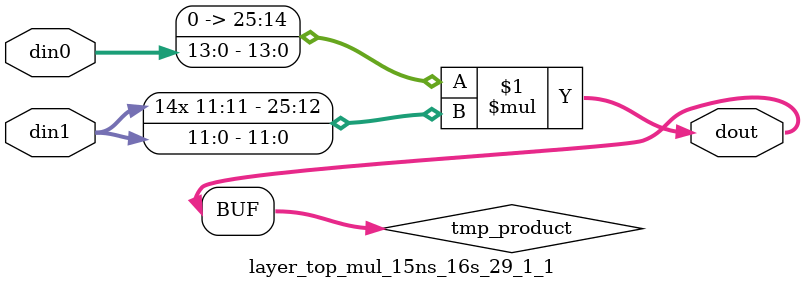
<source format=v>

`timescale 1 ns / 1 ps

  module layer_top_mul_15ns_16s_29_1_1(din0, din1, dout);
parameter ID = 1;
parameter NUM_STAGE = 0;
parameter din0_WIDTH = 14;
parameter din1_WIDTH = 12;
parameter dout_WIDTH = 26;

input [din0_WIDTH - 1 : 0] din0; 
input [din1_WIDTH - 1 : 0] din1; 
output [dout_WIDTH - 1 : 0] dout;

wire signed [dout_WIDTH - 1 : 0] tmp_product;











assign tmp_product = $signed({1'b0, din0}) * $signed(din1);










assign dout = tmp_product;







endmodule

</source>
